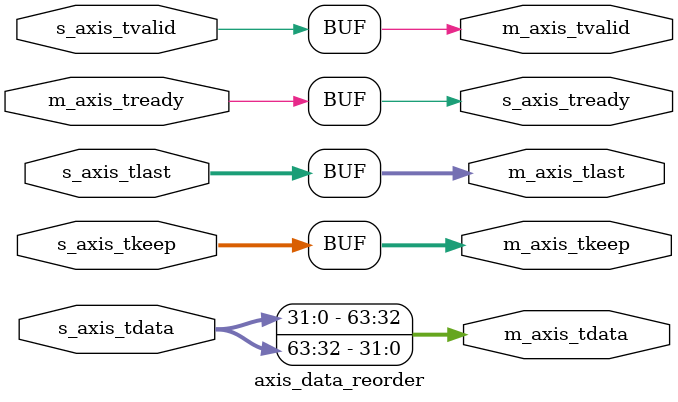
<source format=v>

`timescale 1ns/100ps

module axis_data_reorder
#(
	parameter	DATA_WIDE		= 64						,
	parameter	DATA_TAP		= 32						
 ) (
	output								m_axis_tvalid		,
	input								m_axis_tready		,
	output		[DATA_WIDE-1:0]			m_axis_tdata		,
	output		[(DATA_WIDE/8)-1:0]		m_axis_tkeep		,
	output		[DATA_WIDE-1:0]			m_axis_tlast		,
 
	input								s_axis_tvalid		,
	output								s_axis_tready		,
	input		[DATA_WIDE-1:0]			s_axis_tdata		,
	input		[(DATA_WIDE/8)-1:0]		s_axis_tkeep		,
	input		[DATA_WIDE-1:0]			s_axis_tlast		
);
	localparam	REORDER_NUM		= DATA_WIDE/DATA_TAP		;
	
	assign m_axis_tvalid	= s_axis_tvalid		;
	assign s_axis_tready	= m_axis_tready		;
	assign m_axis_tkeep		= s_axis_tkeep		;
	assign m_axis_tlast		= s_axis_tlast		;
	
	generate
		if(REORDER_NUM == 2)
			begin
				assign m_axis_tdata =  {s_axis_tdata[DATA_TAP-1:0],
										s_axis_tdata[DATA_WIDE-1:DATA_TAP]};
			end
		else if(REORDER_NUM == 4)
			begin
				assign m_axis_tdata =  {s_axis_tdata[(DATA_WIDE-DATA_TAP*3)-1:(DATA_WIDE-DATA_TAP*4)],
										s_axis_tdata[(DATA_WIDE-DATA_TAP*2)-1:(DATA_WIDE-DATA_TAP*3)],
										s_axis_tdata[(DATA_WIDE-DATA_TAP*1)-1:(DATA_WIDE-DATA_TAP*2)],
										s_axis_tdata[(DATA_WIDE-DATA_TAP*0)-1:(DATA_WIDE-DATA_TAP*1)]};
			end
		else if(REORDER_NUM == 8)
			begin
				assign m_axis_tdata =  {s_axis_tdata[(DATA_WIDE-DATA_TAP*7)-1:(DATA_WIDE-DATA_TAP*8)],
										s_axis_tdata[(DATA_WIDE-DATA_TAP*6)-1:(DATA_WIDE-DATA_TAP*7)],
										s_axis_tdata[(DATA_WIDE-DATA_TAP*5)-1:(DATA_WIDE-DATA_TAP*6)],
										s_axis_tdata[(DATA_WIDE-DATA_TAP*4)-1:(DATA_WIDE-DATA_TAP*5)],
										s_axis_tdata[(DATA_WIDE-DATA_TAP*3)-1:(DATA_WIDE-DATA_TAP*4)],
										s_axis_tdata[(DATA_WIDE-DATA_TAP*2)-1:(DATA_WIDE-DATA_TAP*3)],
										s_axis_tdata[(DATA_WIDE-DATA_TAP*1)-1:(DATA_WIDE-DATA_TAP*2)],
										s_axis_tdata[(DATA_WIDE-DATA_TAP*0)-1:(DATA_WIDE-DATA_TAP*1)]};
			end
		else if(REORDER_NUM == 16)
			begin
				assign m_axis_tdata =  {s_axis_tdata[(DATA_WIDE-DATA_TAP*15)-1:(DATA_WIDE-DATA_TAP*16)],
										s_axis_tdata[(DATA_WIDE-DATA_TAP*14)-1:(DATA_WIDE-DATA_TAP*15)],
										s_axis_tdata[(DATA_WIDE-DATA_TAP*13)-1:(DATA_WIDE-DATA_TAP*14)],
										s_axis_tdata[(DATA_WIDE-DATA_TAP*12)-1:(DATA_WIDE-DATA_TAP*13)],
										s_axis_tdata[(DATA_WIDE-DATA_TAP*11)-1:(DATA_WIDE-DATA_TAP*12)],
										s_axis_tdata[(DATA_WIDE-DATA_TAP*10)-1:(DATA_WIDE-DATA_TAP*11)],
										s_axis_tdata[(DATA_WIDE-DATA_TAP*9)-1:(DATA_WIDE-DATA_TAP*10)],
										s_axis_tdata[(DATA_WIDE-DATA_TAP*8)-1:(DATA_WIDE-DATA_TAP*9)],
										s_axis_tdata[(DATA_WIDE-DATA_TAP*7)-1:(DATA_WIDE-DATA_TAP*8)],
										s_axis_tdata[(DATA_WIDE-DATA_TAP*6)-1:(DATA_WIDE-DATA_TAP*7)],
										s_axis_tdata[(DATA_WIDE-DATA_TAP*5)-1:(DATA_WIDE-DATA_TAP*6)],
										s_axis_tdata[(DATA_WIDE-DATA_TAP*4)-1:(DATA_WIDE-DATA_TAP*5)],
										s_axis_tdata[(DATA_WIDE-DATA_TAP*3)-1:(DATA_WIDE-DATA_TAP*4)],
										s_axis_tdata[(DATA_WIDE-DATA_TAP*2)-1:(DATA_WIDE-DATA_TAP*3)],
										s_axis_tdata[(DATA_WIDE-DATA_TAP*1)-1:(DATA_WIDE-DATA_TAP*2)],
										s_axis_tdata[(DATA_WIDE-DATA_TAP*0)-1:(DATA_WIDE-DATA_TAP*1)]};
			end
	endgenerate
	
endmodule
</source>
